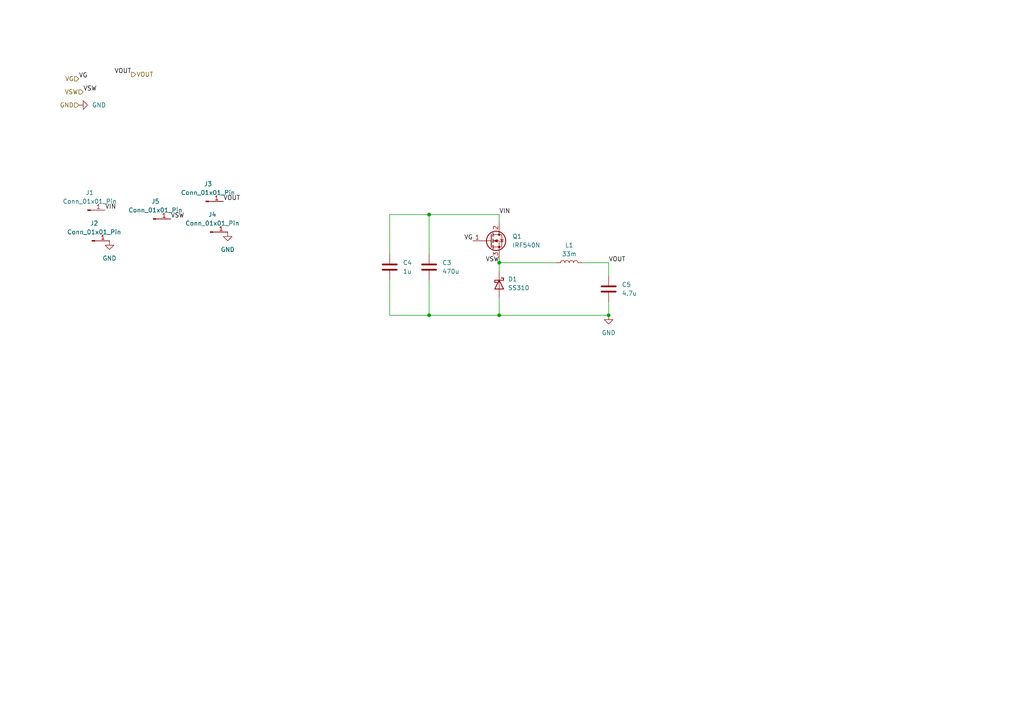
<source format=kicad_sch>
(kicad_sch
	(version 20231120)
	(generator "eeschema")
	(generator_version "8.0")
	(uuid "2af4b03a-acc5-4cc7-b507-cf6e1bb5375f")
	(paper "A4")
	(lib_symbols
		(symbol "Connector:Conn_01x01_Pin"
			(pin_names
				(offset 1.016) hide)
			(exclude_from_sim no)
			(in_bom yes)
			(on_board yes)
			(property "Reference" "J"
				(at 0 2.54 0)
				(effects
					(font
						(size 1.27 1.27)
					)
				)
			)
			(property "Value" "Conn_01x01_Pin"
				(at 0 -2.54 0)
				(effects
					(font
						(size 1.27 1.27)
					)
				)
			)
			(property "Footprint" ""
				(at 0 0 0)
				(effects
					(font
						(size 1.27 1.27)
					)
					(hide yes)
				)
			)
			(property "Datasheet" "~"
				(at 0 0 0)
				(effects
					(font
						(size 1.27 1.27)
					)
					(hide yes)
				)
			)
			(property "Description" "Generic connector, single row, 01x01, script generated"
				(at 0 0 0)
				(effects
					(font
						(size 1.27 1.27)
					)
					(hide yes)
				)
			)
			(property "ki_locked" ""
				(at 0 0 0)
				(effects
					(font
						(size 1.27 1.27)
					)
				)
			)
			(property "ki_keywords" "connector"
				(at 0 0 0)
				(effects
					(font
						(size 1.27 1.27)
					)
					(hide yes)
				)
			)
			(property "ki_fp_filters" "Connector*:*_1x??_*"
				(at 0 0 0)
				(effects
					(font
						(size 1.27 1.27)
					)
					(hide yes)
				)
			)
			(symbol "Conn_01x01_Pin_1_1"
				(polyline
					(pts
						(xy 1.27 0) (xy 0.8636 0)
					)
					(stroke
						(width 0.1524)
						(type default)
					)
					(fill
						(type none)
					)
				)
				(rectangle
					(start 0.8636 0.127)
					(end 0 -0.127)
					(stroke
						(width 0.1524)
						(type default)
					)
					(fill
						(type outline)
					)
				)
				(pin passive line
					(at 5.08 0 180)
					(length 3.81)
					(name "Pin_1"
						(effects
							(font
								(size 1.27 1.27)
							)
						)
					)
					(number "1"
						(effects
							(font
								(size 1.27 1.27)
							)
						)
					)
				)
			)
		)
		(symbol "Device:C"
			(pin_numbers hide)
			(pin_names
				(offset 0.254)
			)
			(exclude_from_sim no)
			(in_bom yes)
			(on_board yes)
			(property "Reference" "C"
				(at 0.635 2.54 0)
				(effects
					(font
						(size 1.27 1.27)
					)
					(justify left)
				)
			)
			(property "Value" "C"
				(at 0.635 -2.54 0)
				(effects
					(font
						(size 1.27 1.27)
					)
					(justify left)
				)
			)
			(property "Footprint" ""
				(at 0.9652 -3.81 0)
				(effects
					(font
						(size 1.27 1.27)
					)
					(hide yes)
				)
			)
			(property "Datasheet" "~"
				(at 0 0 0)
				(effects
					(font
						(size 1.27 1.27)
					)
					(hide yes)
				)
			)
			(property "Description" "Unpolarized capacitor"
				(at 0 0 0)
				(effects
					(font
						(size 1.27 1.27)
					)
					(hide yes)
				)
			)
			(property "ki_keywords" "cap capacitor"
				(at 0 0 0)
				(effects
					(font
						(size 1.27 1.27)
					)
					(hide yes)
				)
			)
			(property "ki_fp_filters" "C_*"
				(at 0 0 0)
				(effects
					(font
						(size 1.27 1.27)
					)
					(hide yes)
				)
			)
			(symbol "C_0_1"
				(polyline
					(pts
						(xy -2.032 -0.762) (xy 2.032 -0.762)
					)
					(stroke
						(width 0.508)
						(type default)
					)
					(fill
						(type none)
					)
				)
				(polyline
					(pts
						(xy -2.032 0.762) (xy 2.032 0.762)
					)
					(stroke
						(width 0.508)
						(type default)
					)
					(fill
						(type none)
					)
				)
			)
			(symbol "C_1_1"
				(pin passive line
					(at 0 3.81 270)
					(length 2.794)
					(name "~"
						(effects
							(font
								(size 1.27 1.27)
							)
						)
					)
					(number "1"
						(effects
							(font
								(size 1.27 1.27)
							)
						)
					)
				)
				(pin passive line
					(at 0 -3.81 90)
					(length 2.794)
					(name "~"
						(effects
							(font
								(size 1.27 1.27)
							)
						)
					)
					(number "2"
						(effects
							(font
								(size 1.27 1.27)
							)
						)
					)
				)
			)
		)
		(symbol "Device:L"
			(pin_numbers hide)
			(pin_names
				(offset 1.016) hide)
			(exclude_from_sim no)
			(in_bom yes)
			(on_board yes)
			(property "Reference" "L"
				(at -1.27 0 90)
				(effects
					(font
						(size 1.27 1.27)
					)
				)
			)
			(property "Value" "L"
				(at 1.905 0 90)
				(effects
					(font
						(size 1.27 1.27)
					)
				)
			)
			(property "Footprint" ""
				(at 0 0 0)
				(effects
					(font
						(size 1.27 1.27)
					)
					(hide yes)
				)
			)
			(property "Datasheet" "~"
				(at 0 0 0)
				(effects
					(font
						(size 1.27 1.27)
					)
					(hide yes)
				)
			)
			(property "Description" "Inductor"
				(at 0 0 0)
				(effects
					(font
						(size 1.27 1.27)
					)
					(hide yes)
				)
			)
			(property "ki_keywords" "inductor choke coil reactor magnetic"
				(at 0 0 0)
				(effects
					(font
						(size 1.27 1.27)
					)
					(hide yes)
				)
			)
			(property "ki_fp_filters" "Choke_* *Coil* Inductor_* L_*"
				(at 0 0 0)
				(effects
					(font
						(size 1.27 1.27)
					)
					(hide yes)
				)
			)
			(symbol "L_0_1"
				(arc
					(start 0 -2.54)
					(mid 0.6323 -1.905)
					(end 0 -1.27)
					(stroke
						(width 0)
						(type default)
					)
					(fill
						(type none)
					)
				)
				(arc
					(start 0 -1.27)
					(mid 0.6323 -0.635)
					(end 0 0)
					(stroke
						(width 0)
						(type default)
					)
					(fill
						(type none)
					)
				)
				(arc
					(start 0 0)
					(mid 0.6323 0.635)
					(end 0 1.27)
					(stroke
						(width 0)
						(type default)
					)
					(fill
						(type none)
					)
				)
				(arc
					(start 0 1.27)
					(mid 0.6323 1.905)
					(end 0 2.54)
					(stroke
						(width 0)
						(type default)
					)
					(fill
						(type none)
					)
				)
			)
			(symbol "L_1_1"
				(pin passive line
					(at 0 3.81 270)
					(length 1.27)
					(name "1"
						(effects
							(font
								(size 1.27 1.27)
							)
						)
					)
					(number "1"
						(effects
							(font
								(size 1.27 1.27)
							)
						)
					)
				)
				(pin passive line
					(at 0 -3.81 90)
					(length 1.27)
					(name "2"
						(effects
							(font
								(size 1.27 1.27)
							)
						)
					)
					(number "2"
						(effects
							(font
								(size 1.27 1.27)
							)
						)
					)
				)
			)
		)
		(symbol "Diode:SS310"
			(pin_numbers hide)
			(pin_names
				(offset 1.016) hide)
			(exclude_from_sim no)
			(in_bom yes)
			(on_board yes)
			(property "Reference" "D"
				(at 0 2.54 0)
				(effects
					(font
						(size 1.27 1.27)
					)
				)
			)
			(property "Value" "SS310"
				(at 0 -2.54 0)
				(effects
					(font
						(size 1.27 1.27)
					)
				)
			)
			(property "Footprint" "Diode_SMD:D_SMA"
				(at 0 -4.445 0)
				(effects
					(font
						(size 1.27 1.27)
					)
					(hide yes)
				)
			)
			(property "Datasheet" "https://www.microdiode.com/uploadfiles//PDF/SS32-THRU-SS3200-SMA.pdf"
				(at 0 0 0)
				(effects
					(font
						(size 1.27 1.27)
					)
					(hide yes)
				)
			)
			(property "Description" "100V 3A Schottky Diode, SMA"
				(at 0 0 0)
				(effects
					(font
						(size 1.27 1.27)
					)
					(hide yes)
				)
			)
			(property "ki_keywords" "diode Schottky"
				(at 0 0 0)
				(effects
					(font
						(size 1.27 1.27)
					)
					(hide yes)
				)
			)
			(property "ki_fp_filters" "D*SMA*"
				(at 0 0 0)
				(effects
					(font
						(size 1.27 1.27)
					)
					(hide yes)
				)
			)
			(symbol "SS310_0_1"
				(polyline
					(pts
						(xy 1.27 0) (xy -1.27 0)
					)
					(stroke
						(width 0)
						(type default)
					)
					(fill
						(type none)
					)
				)
				(polyline
					(pts
						(xy 1.27 1.27) (xy 1.27 -1.27) (xy -1.27 0) (xy 1.27 1.27)
					)
					(stroke
						(width 0.254)
						(type default)
					)
					(fill
						(type none)
					)
				)
				(polyline
					(pts
						(xy -1.905 0.635) (xy -1.905 1.27) (xy -1.27 1.27) (xy -1.27 -1.27) (xy -0.635 -1.27) (xy -0.635 -0.635)
					)
					(stroke
						(width 0.254)
						(type default)
					)
					(fill
						(type none)
					)
				)
			)
			(symbol "SS310_1_1"
				(pin passive line
					(at -3.81 0 0)
					(length 2.54)
					(name "K"
						(effects
							(font
								(size 1.27 1.27)
							)
						)
					)
					(number "1"
						(effects
							(font
								(size 1.27 1.27)
							)
						)
					)
				)
				(pin passive line
					(at 3.81 0 180)
					(length 2.54)
					(name "A"
						(effects
							(font
								(size 1.27 1.27)
							)
						)
					)
					(number "2"
						(effects
							(font
								(size 1.27 1.27)
							)
						)
					)
				)
			)
		)
		(symbol "Transistor_FET:IRF540N"
			(pin_names hide)
			(exclude_from_sim no)
			(in_bom yes)
			(on_board yes)
			(property "Reference" "Q"
				(at 5.08 1.905 0)
				(effects
					(font
						(size 1.27 1.27)
					)
					(justify left)
				)
			)
			(property "Value" "IRF540N"
				(at 5.08 0 0)
				(effects
					(font
						(size 1.27 1.27)
					)
					(justify left)
				)
			)
			(property "Footprint" "Package_TO_SOT_THT:TO-220-3_Vertical"
				(at 5.08 -1.905 0)
				(effects
					(font
						(size 1.27 1.27)
						(italic yes)
					)
					(justify left)
					(hide yes)
				)
			)
			(property "Datasheet" "http://www.irf.com/product-info/datasheets/data/irf540n.pdf"
				(at 5.08 -3.81 0)
				(effects
					(font
						(size 1.27 1.27)
					)
					(justify left)
					(hide yes)
				)
			)
			(property "Description" "33A Id, 100V Vds, HEXFET N-Channel MOSFET, TO-220"
				(at 0 0 0)
				(effects
					(font
						(size 1.27 1.27)
					)
					(hide yes)
				)
			)
			(property "ki_keywords" "HEXFET N-Channel MOSFET"
				(at 0 0 0)
				(effects
					(font
						(size 1.27 1.27)
					)
					(hide yes)
				)
			)
			(property "ki_fp_filters" "TO?220*"
				(at 0 0 0)
				(effects
					(font
						(size 1.27 1.27)
					)
					(hide yes)
				)
			)
			(symbol "IRF540N_0_1"
				(polyline
					(pts
						(xy 0.254 0) (xy -2.54 0)
					)
					(stroke
						(width 0)
						(type default)
					)
					(fill
						(type none)
					)
				)
				(polyline
					(pts
						(xy 0.254 1.905) (xy 0.254 -1.905)
					)
					(stroke
						(width 0.254)
						(type default)
					)
					(fill
						(type none)
					)
				)
				(polyline
					(pts
						(xy 0.762 -1.27) (xy 0.762 -2.286)
					)
					(stroke
						(width 0.254)
						(type default)
					)
					(fill
						(type none)
					)
				)
				(polyline
					(pts
						(xy 0.762 0.508) (xy 0.762 -0.508)
					)
					(stroke
						(width 0.254)
						(type default)
					)
					(fill
						(type none)
					)
				)
				(polyline
					(pts
						(xy 0.762 2.286) (xy 0.762 1.27)
					)
					(stroke
						(width 0.254)
						(type default)
					)
					(fill
						(type none)
					)
				)
				(polyline
					(pts
						(xy 2.54 2.54) (xy 2.54 1.778)
					)
					(stroke
						(width 0)
						(type default)
					)
					(fill
						(type none)
					)
				)
				(polyline
					(pts
						(xy 2.54 -2.54) (xy 2.54 0) (xy 0.762 0)
					)
					(stroke
						(width 0)
						(type default)
					)
					(fill
						(type none)
					)
				)
				(polyline
					(pts
						(xy 0.762 -1.778) (xy 3.302 -1.778) (xy 3.302 1.778) (xy 0.762 1.778)
					)
					(stroke
						(width 0)
						(type default)
					)
					(fill
						(type none)
					)
				)
				(polyline
					(pts
						(xy 1.016 0) (xy 2.032 0.381) (xy 2.032 -0.381) (xy 1.016 0)
					)
					(stroke
						(width 0)
						(type default)
					)
					(fill
						(type outline)
					)
				)
				(polyline
					(pts
						(xy 2.794 0.508) (xy 2.921 0.381) (xy 3.683 0.381) (xy 3.81 0.254)
					)
					(stroke
						(width 0)
						(type default)
					)
					(fill
						(type none)
					)
				)
				(polyline
					(pts
						(xy 3.302 0.381) (xy 2.921 -0.254) (xy 3.683 -0.254) (xy 3.302 0.381)
					)
					(stroke
						(width 0)
						(type default)
					)
					(fill
						(type none)
					)
				)
				(circle
					(center 1.651 0)
					(radius 2.794)
					(stroke
						(width 0.254)
						(type default)
					)
					(fill
						(type none)
					)
				)
				(circle
					(center 2.54 -1.778)
					(radius 0.254)
					(stroke
						(width 0)
						(type default)
					)
					(fill
						(type outline)
					)
				)
				(circle
					(center 2.54 1.778)
					(radius 0.254)
					(stroke
						(width 0)
						(type default)
					)
					(fill
						(type outline)
					)
				)
			)
			(symbol "IRF540N_1_1"
				(pin input line
					(at -5.08 0 0)
					(length 2.54)
					(name "G"
						(effects
							(font
								(size 1.27 1.27)
							)
						)
					)
					(number "1"
						(effects
							(font
								(size 1.27 1.27)
							)
						)
					)
				)
				(pin passive line
					(at 2.54 5.08 270)
					(length 2.54)
					(name "D"
						(effects
							(font
								(size 1.27 1.27)
							)
						)
					)
					(number "2"
						(effects
							(font
								(size 1.27 1.27)
							)
						)
					)
				)
				(pin passive line
					(at 2.54 -5.08 90)
					(length 2.54)
					(name "S"
						(effects
							(font
								(size 1.27 1.27)
							)
						)
					)
					(number "3"
						(effects
							(font
								(size 1.27 1.27)
							)
						)
					)
				)
			)
		)
		(symbol "power:GND"
			(power)
			(pin_numbers hide)
			(pin_names
				(offset 0) hide)
			(exclude_from_sim no)
			(in_bom yes)
			(on_board yes)
			(property "Reference" "#PWR"
				(at 0 -6.35 0)
				(effects
					(font
						(size 1.27 1.27)
					)
					(hide yes)
				)
			)
			(property "Value" "GND"
				(at 0 -3.81 0)
				(effects
					(font
						(size 1.27 1.27)
					)
				)
			)
			(property "Footprint" ""
				(at 0 0 0)
				(effects
					(font
						(size 1.27 1.27)
					)
					(hide yes)
				)
			)
			(property "Datasheet" ""
				(at 0 0 0)
				(effects
					(font
						(size 1.27 1.27)
					)
					(hide yes)
				)
			)
			(property "Description" "Power symbol creates a global label with name \"GND\" , ground"
				(at 0 0 0)
				(effects
					(font
						(size 1.27 1.27)
					)
					(hide yes)
				)
			)
			(property "ki_keywords" "global power"
				(at 0 0 0)
				(effects
					(font
						(size 1.27 1.27)
					)
					(hide yes)
				)
			)
			(symbol "GND_0_1"
				(polyline
					(pts
						(xy 0 0) (xy 0 -1.27) (xy 1.27 -1.27) (xy 0 -2.54) (xy -1.27 -1.27) (xy 0 -1.27)
					)
					(stroke
						(width 0)
						(type default)
					)
					(fill
						(type none)
					)
				)
			)
			(symbol "GND_1_1"
				(pin power_in line
					(at 0 0 270)
					(length 0)
					(name "~"
						(effects
							(font
								(size 1.27 1.27)
							)
						)
					)
					(number "1"
						(effects
							(font
								(size 1.27 1.27)
							)
						)
					)
				)
			)
		)
	)
	(junction
		(at 144.78 76.2)
		(diameter 0)
		(color 0 0 0 0)
		(uuid "7d5dcb18-2561-48a2-94e3-7705f79a4690")
	)
	(junction
		(at 176.53 91.44)
		(diameter 0)
		(color 0 0 0 0)
		(uuid "8538268f-71b4-44cf-9e3c-775ab619cd05")
	)
	(junction
		(at 124.46 62.23)
		(diameter 0)
		(color 0 0 0 0)
		(uuid "94faa2a0-7968-4708-91e5-619aff5f699f")
	)
	(junction
		(at 124.46 91.44)
		(diameter 0)
		(color 0 0 0 0)
		(uuid "d4dd9eb2-77db-4e15-a0ec-1c9298df829e")
	)
	(junction
		(at 144.78 91.44)
		(diameter 0)
		(color 0 0 0 0)
		(uuid "e9564374-a508-4e17-a484-20d4a4b09dc9")
	)
	(wire
		(pts
			(xy 144.78 76.2) (xy 161.29 76.2)
		)
		(stroke
			(width 0)
			(type default)
		)
		(uuid "0f7b0ded-4023-4ff8-bf9d-1a2a736d7a30")
	)
	(wire
		(pts
			(xy 176.53 87.63) (xy 176.53 91.44)
		)
		(stroke
			(width 0)
			(type default)
		)
		(uuid "2c18fdd6-fec4-4041-a9e0-6b10ff8ca256")
	)
	(wire
		(pts
			(xy 168.91 76.2) (xy 176.53 76.2)
		)
		(stroke
			(width 0)
			(type default)
		)
		(uuid "3c39acb1-7440-4ddc-a5df-c5735e62dab3")
	)
	(wire
		(pts
			(xy 113.03 91.44) (xy 124.46 91.44)
		)
		(stroke
			(width 0)
			(type default)
		)
		(uuid "4155aa96-7140-4d33-9095-4300a85a71e3")
	)
	(wire
		(pts
			(xy 124.46 62.23) (xy 113.03 62.23)
		)
		(stroke
			(width 0)
			(type default)
		)
		(uuid "498f7d6c-5314-477e-829d-c30e80544865")
	)
	(wire
		(pts
			(xy 144.78 62.23) (xy 144.78 64.77)
		)
		(stroke
			(width 0)
			(type default)
		)
		(uuid "5038572c-5af3-418e-aa13-64fb9f1ac8d7")
	)
	(wire
		(pts
			(xy 113.03 62.23) (xy 113.03 73.66)
		)
		(stroke
			(width 0)
			(type default)
		)
		(uuid "78b10670-f343-48ef-980c-d89ef6550f7e")
	)
	(wire
		(pts
			(xy 144.78 86.36) (xy 144.78 91.44)
		)
		(stroke
			(width 0)
			(type default)
		)
		(uuid "7d36bfd2-e79b-47ed-bc6c-2e89b775ee43")
	)
	(wire
		(pts
			(xy 176.53 76.2) (xy 176.53 80.01)
		)
		(stroke
			(width 0)
			(type default)
		)
		(uuid "7efeb9fe-611b-4e17-b173-5211d737ba35")
	)
	(wire
		(pts
			(xy 124.46 62.23) (xy 144.78 62.23)
		)
		(stroke
			(width 0)
			(type default)
		)
		(uuid "a39ed32f-f4d7-4ad5-8047-14e9172e2fca")
	)
	(wire
		(pts
			(xy 113.03 81.28) (xy 113.03 91.44)
		)
		(stroke
			(width 0)
			(type default)
		)
		(uuid "b1b4aef2-d229-4f89-a9e8-df97f4216bde")
	)
	(wire
		(pts
			(xy 124.46 73.66) (xy 124.46 62.23)
		)
		(stroke
			(width 0)
			(type default)
		)
		(uuid "b612d9a5-b18e-4f0c-8366-43d4ecb8b9f0")
	)
	(wire
		(pts
			(xy 124.46 81.28) (xy 124.46 91.44)
		)
		(stroke
			(width 0)
			(type default)
		)
		(uuid "bfbbe187-d701-4b25-8bc7-89d131cce07f")
	)
	(wire
		(pts
			(xy 124.46 91.44) (xy 144.78 91.44)
		)
		(stroke
			(width 0)
			(type default)
		)
		(uuid "c8c3e40a-616b-4046-b10b-0302e670b134")
	)
	(wire
		(pts
			(xy 144.78 76.2) (xy 144.78 78.74)
		)
		(stroke
			(width 0)
			(type default)
		)
		(uuid "f2ada06a-f089-4361-844a-9ec3dd85ec21")
	)
	(wire
		(pts
			(xy 144.78 91.44) (xy 176.53 91.44)
		)
		(stroke
			(width 0)
			(type default)
		)
		(uuid "f6fd2984-e575-453e-ad8e-fc6f3dffbd1c")
	)
	(wire
		(pts
			(xy 144.78 74.93) (xy 144.78 76.2)
		)
		(stroke
			(width 0)
			(type default)
		)
		(uuid "f94c32e8-26c2-4aa7-a806-fdac37c93ef3")
	)
	(label "VG"
		(at 137.16 69.85 180)
		(effects
			(font
				(size 1.27 1.27)
			)
			(justify right bottom)
		)
		(uuid "08602ee7-ba42-4b2a-b03a-0add58da9672")
	)
	(label "VSW"
		(at 49.53 63.5 0)
		(effects
			(font
				(size 1.27 1.27)
			)
			(justify left bottom)
		)
		(uuid "3c9f6593-c0fb-4bbb-9287-4db52b9fe154")
	)
	(label "VIN"
		(at 144.78 62.23 0)
		(effects
			(font
				(size 1.27 1.27)
			)
			(justify left bottom)
		)
		(uuid "73db8029-5299-4c66-b277-384512075439")
	)
	(label "VSW"
		(at 144.78 76.2 180)
		(effects
			(font
				(size 1.27 1.27)
			)
			(justify right bottom)
		)
		(uuid "7afa0ae3-c90a-4802-a02e-395ed4779c74")
	)
	(label "VOUT"
		(at 176.53 76.2 0)
		(effects
			(font
				(size 1.27 1.27)
			)
			(justify left bottom)
		)
		(uuid "b1dcc86e-df6e-44e4-a160-2570c9e143cb")
	)
	(label "VOUT"
		(at 38.1 21.59 180)
		(effects
			(font
				(size 1.27 1.27)
			)
			(justify right bottom)
		)
		(uuid "b98f8040-ad3f-4912-9a36-7218f6e96fc5")
	)
	(label "VIN"
		(at 30.48 60.96 0)
		(effects
			(font
				(size 1.27 1.27)
			)
			(justify left bottom)
		)
		(uuid "ca9db5a3-8d73-4819-bca5-afb8ba94e92a")
	)
	(label "VG"
		(at 22.86 22.86 0)
		(effects
			(font
				(size 1.27 1.27)
			)
			(justify left bottom)
		)
		(uuid "d339d310-6b7e-457b-bdf7-cc3ceb56a334")
	)
	(label "VSW"
		(at 24.13 26.67 0)
		(effects
			(font
				(size 1.27 1.27)
			)
			(justify left bottom)
		)
		(uuid "d6e66511-b7a7-4da4-9ff4-ba8083b653d5")
	)
	(label "VOUT"
		(at 64.77 58.42 0)
		(effects
			(font
				(size 1.27 1.27)
			)
			(justify left bottom)
		)
		(uuid "fa7d831d-3955-4194-8ec6-591e93244087")
	)
	(hierarchical_label "VOUT"
		(shape output)
		(at 38.1 21.59 0)
		(effects
			(font
				(size 1.27 1.27)
			)
			(justify left)
		)
		(uuid "4f34c9fa-6843-4535-8cc2-f2567916f809")
	)
	(hierarchical_label "VSW"
		(shape input)
		(at 24.13 26.67 180)
		(effects
			(font
				(size 1.27 1.27)
			)
			(justify right)
		)
		(uuid "83bfbd1e-16fb-44bb-9fb9-c647cdd93a15")
	)
	(hierarchical_label "VG"
		(shape input)
		(at 22.86 22.86 180)
		(effects
			(font
				(size 1.27 1.27)
			)
			(justify right)
		)
		(uuid "a03eb0bf-d5a4-49a2-b76b-0560edc4fe46")
	)
	(hierarchical_label "GND"
		(shape input)
		(at 22.86 30.48 180)
		(effects
			(font
				(size 1.27 1.27)
			)
			(justify right)
		)
		(uuid "a1729bc9-3f3d-4368-8735-3f7800e87d37")
	)
	(symbol
		(lib_id "power:GND")
		(at 176.53 91.44 0)
		(unit 1)
		(exclude_from_sim no)
		(in_bom yes)
		(on_board yes)
		(dnp no)
		(fields_autoplaced yes)
		(uuid "093d0bd5-7f88-41ee-a6a8-9588fba0189c")
		(property "Reference" "#PWR055"
			(at 176.53 97.79 0)
			(effects
				(font
					(size 1.27 1.27)
				)
				(hide yes)
			)
		)
		(property "Value" "GND"
			(at 176.53 96.52 0)
			(effects
				(font
					(size 1.27 1.27)
				)
			)
		)
		(property "Footprint" ""
			(at 176.53 91.44 0)
			(effects
				(font
					(size 1.27 1.27)
				)
				(hide yes)
			)
		)
		(property "Datasheet" ""
			(at 176.53 91.44 0)
			(effects
				(font
					(size 1.27 1.27)
				)
				(hide yes)
			)
		)
		(property "Description" "Power symbol creates a global label with name \"GND\" , ground"
			(at 176.53 91.44 0)
			(effects
				(font
					(size 1.27 1.27)
				)
				(hide yes)
			)
		)
		(pin "1"
			(uuid "50a013e2-0fb3-497a-9ebe-3b23fff00a36")
		)
		(instances
			(project ""
				(path "/7f27460f-edcd-4f17-aec5-23474ccb900d/61ab86af-0b69-4601-a42a-ab50c6e164b6"
					(reference "#PWR055")
					(unit 1)
				)
			)
		)
	)
	(symbol
		(lib_id "Transistor_FET:IRF540N")
		(at 142.24 69.85 0)
		(unit 1)
		(exclude_from_sim no)
		(in_bom yes)
		(on_board yes)
		(dnp no)
		(fields_autoplaced yes)
		(uuid "121f958f-64bf-4a22-a23a-900ef4cdde61")
		(property "Reference" "Q1"
			(at 148.59 68.5799 0)
			(effects
				(font
					(size 1.27 1.27)
				)
				(justify left)
			)
		)
		(property "Value" "IRF540N"
			(at 148.59 71.1199 0)
			(effects
				(font
					(size 1.27 1.27)
				)
				(justify left)
			)
		)
		(property "Footprint" "Package_TO_SOT_THT:TO-220-3_Vertical"
			(at 147.32 71.755 0)
			(effects
				(font
					(size 1.27 1.27)
					(italic yes)
				)
				(justify left)
				(hide yes)
			)
		)
		(property "Datasheet" "http://www.irf.com/product-info/datasheets/data/irf540n.pdf"
			(at 147.32 73.66 0)
			(effects
				(font
					(size 1.27 1.27)
				)
				(justify left)
				(hide yes)
			)
		)
		(property "Description" "33A Id, 100V Vds, HEXFET N-Channel MOSFET, TO-220"
			(at 142.24 69.85 0)
			(effects
				(font
					(size 1.27 1.27)
				)
				(hide yes)
			)
		)
		(property "Part Number" "IRF540N"
			(at 142.24 69.85 0)
			(effects
				(font
					(size 1.27 1.27)
				)
				(hide yes)
			)
		)
		(pin "1"
			(uuid "6d9866de-775d-4647-ab24-eda369be6943")
		)
		(pin "2"
			(uuid "ac5754e1-69da-4b9d-baaf-04ac4e21e628")
		)
		(pin "3"
			(uuid "830e7fec-860c-48f4-99a9-bea597e3a24e")
		)
		(instances
			(project "NEW1"
				(path "/7f27460f-edcd-4f17-aec5-23474ccb900d/61ab86af-0b69-4601-a42a-ab50c6e164b6"
					(reference "Q1")
					(unit 1)
				)
			)
		)
	)
	(symbol
		(lib_id "Device:C")
		(at 113.03 77.47 0)
		(unit 1)
		(exclude_from_sim no)
		(in_bom yes)
		(on_board yes)
		(dnp no)
		(fields_autoplaced yes)
		(uuid "14a2bcc6-743c-4041-b724-fa011fbcc768")
		(property "Reference" "C4"
			(at 116.84 76.1999 0)
			(effects
				(font
					(size 1.27 1.27)
				)
				(justify left)
			)
		)
		(property "Value" "1u"
			(at 116.84 78.7399 0)
			(effects
				(font
					(size 1.27 1.27)
				)
				(justify left)
			)
		)
		(property "Footprint" "Capacitor_SMD:C_0805_2012Metric"
			(at 113.9952 81.28 0)
			(effects
				(font
					(size 1.27 1.27)
				)
				(hide yes)
			)
		)
		(property "Datasheet" "~"
			(at 113.03 77.47 0)
			(effects
				(font
					(size 1.27 1.27)
				)
				(hide yes)
			)
		)
		(property "Description" "Unpolarized capacitor"
			(at 113.03 77.47 0)
			(effects
				(font
					(size 1.27 1.27)
				)
				(hide yes)
			)
		)
		(property "Part Number" "GRM21BC72A105KE01L"
			(at 113.03 77.47 0)
			(effects
				(font
					(size 1.27 1.27)
				)
				(hide yes)
			)
		)
		(pin "1"
			(uuid "2785e2f6-c4c0-412d-a8ed-6ac6e3cb2749")
		)
		(pin "2"
			(uuid "00bba14f-f306-41cc-aec4-a4aaf0e8b20b")
		)
		(instances
			(project ""
				(path "/7f27460f-edcd-4f17-aec5-23474ccb900d/61ab86af-0b69-4601-a42a-ab50c6e164b6"
					(reference "C4")
					(unit 1)
				)
			)
		)
	)
	(symbol
		(lib_id "Device:C")
		(at 176.53 83.82 0)
		(unit 1)
		(exclude_from_sim no)
		(in_bom yes)
		(on_board yes)
		(dnp no)
		(fields_autoplaced yes)
		(uuid "221e2d77-4bb8-44d4-ae99-740bc4447205")
		(property "Reference" "C5"
			(at 180.34 82.5499 0)
			(effects
				(font
					(size 1.27 1.27)
				)
				(justify left)
			)
		)
		(property "Value" "4.7u"
			(at 180.34 85.0899 0)
			(effects
				(font
					(size 1.27 1.27)
				)
				(justify left)
			)
		)
		(property "Footprint" "Capacitor_SMD:C_1206_3216Metric"
			(at 177.4952 87.63 0)
			(effects
				(font
					(size 1.27 1.27)
				)
				(hide yes)
			)
		)
		(property "Datasheet" "~"
			(at 176.53 83.82 0)
			(effects
				(font
					(size 1.27 1.27)
				)
				(hide yes)
			)
		)
		(property "Description" "Unpolarized capacitor"
			(at 176.53 83.82 0)
			(effects
				(font
					(size 1.27 1.27)
				)
				(hide yes)
			)
		)
		(property "Part Number" "GRM31CC72A475KE11L"
			(at 176.53 83.82 0)
			(effects
				(font
					(size 1.27 1.27)
				)
				(hide yes)
			)
		)
		(pin "2"
			(uuid "d95b6c1a-3f4c-43ea-bfb2-60e92659d620")
		)
		(pin "1"
			(uuid "ce205869-feab-4c26-9257-27a2e3c49ae5")
		)
		(instances
			(project ""
				(path "/7f27460f-edcd-4f17-aec5-23474ccb900d/61ab86af-0b69-4601-a42a-ab50c6e164b6"
					(reference "C5")
					(unit 1)
				)
			)
		)
	)
	(symbol
		(lib_id "Diode:SS310")
		(at 144.78 82.55 270)
		(unit 1)
		(exclude_from_sim no)
		(in_bom yes)
		(on_board yes)
		(dnp no)
		(fields_autoplaced yes)
		(uuid "519169e5-6fb5-45b2-90fe-ab0845fdac35")
		(property "Reference" "D1"
			(at 147.32 80.9624 90)
			(effects
				(font
					(size 1.27 1.27)
				)
				(justify left)
			)
		)
		(property "Value" "SS310"
			(at 147.32 83.5024 90)
			(effects
				(font
					(size 1.27 1.27)
				)
				(justify left)
			)
		)
		(property "Footprint" "Diode_SMD:D_SMA"
			(at 140.335 82.55 0)
			(effects
				(font
					(size 1.27 1.27)
				)
				(hide yes)
			)
		)
		(property "Datasheet" "https://www.microdiode.com/uploadfiles//PDF/SS32-THRU-SS3200-SMA.pdf"
			(at 144.78 82.55 0)
			(effects
				(font
					(size 1.27 1.27)
				)
				(hide yes)
			)
		)
		(property "Description" "100V 3A Schottky Diode, SMA"
			(at 144.78 82.55 0)
			(effects
				(font
					(size 1.27 1.27)
				)
				(hide yes)
			)
		)
		(property "Part Number" "SS310"
			(at 144.78 82.55 90)
			(effects
				(font
					(size 1.27 1.27)
				)
				(hide yes)
			)
		)
		(pin "2"
			(uuid "2be0c931-e584-4e37-aca1-609d949710be")
		)
		(pin "1"
			(uuid "689e5d7f-7672-4782-b3ca-a9cf16b798f6")
		)
		(instances
			(project "NEW1"
				(path "/7f27460f-edcd-4f17-aec5-23474ccb900d/61ab86af-0b69-4601-a42a-ab50c6e164b6"
					(reference "D1")
					(unit 1)
				)
			)
		)
	)
	(symbol
		(lib_id "Device:C")
		(at 124.46 77.47 0)
		(unit 1)
		(exclude_from_sim no)
		(in_bom yes)
		(on_board yes)
		(dnp no)
		(fields_autoplaced yes)
		(uuid "74ee3113-9c11-4061-82fb-2f34b2ca0d58")
		(property "Reference" "C3"
			(at 128.27 76.1999 0)
			(effects
				(font
					(size 1.27 1.27)
				)
				(justify left)
			)
		)
		(property "Value" "470u"
			(at 128.27 78.7399 0)
			(effects
				(font
					(size 1.27 1.27)
				)
				(justify left)
			)
		)
		(property "Footprint" "Capacitor_THT:CP_Radial_D18.0mm_P7.50mm"
			(at 125.4252 81.28 0)
			(effects
				(font
					(size 1.27 1.27)
				)
				(hide yes)
			)
		)
		(property "Datasheet" "~"
			(at 124.46 77.47 0)
			(effects
				(font
					(size 1.27 1.27)
				)
				(hide yes)
			)
		)
		(property "Description" "Electrolytic Capacitor"
			(at 124.46 77.47 0)
			(effects
				(font
					(size 1.27 1.27)
				)
				(hide yes)
			)
		)
		(property "Part Number" "100ZLH470MEFC16X31.5"
			(at 124.46 77.47 0)
			(effects
				(font
					(size 1.27 1.27)
				)
				(hide yes)
			)
		)
		(pin "2"
			(uuid "e77f167e-9231-4923-97cb-ae89c0949350")
		)
		(pin "1"
			(uuid "6d6742c4-7677-49fa-9e4f-06c0a9509a17")
		)
		(instances
			(project ""
				(path "/7f27460f-edcd-4f17-aec5-23474ccb900d/61ab86af-0b69-4601-a42a-ab50c6e164b6"
					(reference "C3")
					(unit 1)
				)
			)
		)
	)
	(symbol
		(lib_id "Device:L")
		(at 165.1 76.2 90)
		(unit 1)
		(exclude_from_sim no)
		(in_bom yes)
		(on_board yes)
		(dnp no)
		(fields_autoplaced yes)
		(uuid "8f4acf7e-23ce-44ab-952c-61f59983ff1b")
		(property "Reference" "L1"
			(at 165.1 71.12 90)
			(effects
				(font
					(size 1.27 1.27)
				)
			)
		)
		(property "Value" "33m"
			(at 165.1 73.66 90)
			(effects
				(font
					(size 1.27 1.27)
				)
			)
		)
		(property "Footprint" "Inductor_THT:L_Axial_L23.4mm_D12.7mm_P32.00mm_Horizontal_Vishay_IHA-203"
			(at 165.1 76.2 0)
			(effects
				(font
					(size 1.27 1.27)
				)
				(hide yes)
			)
		)
		(property "Datasheet" "~"
			(at 165.1 76.2 0)
			(effects
				(font
					(size 1.27 1.27)
				)
				(hide yes)
			)
		)
		(property "Description" "Inductor"
			(at 165.1 76.2 0)
			(effects
				(font
					(size 1.27 1.27)
				)
				(hide yes)
			)
		)
		(property "Part Number" "5900-333-RC"
			(at 165.1 76.2 90)
			(effects
				(font
					(size 1.27 1.27)
				)
				(hide yes)
			)
		)
		(pin "1"
			(uuid "1c4001c5-5a38-4031-b4d5-80d2ebfb9cc7")
		)
		(pin "2"
			(uuid "7f125928-230a-4ec3-8226-b3adc3c232ed")
		)
		(instances
			(project ""
				(path "/7f27460f-edcd-4f17-aec5-23474ccb900d/61ab86af-0b69-4601-a42a-ab50c6e164b6"
					(reference "L1")
					(unit 1)
				)
			)
		)
	)
	(symbol
		(lib_id "Connector:Conn_01x01_Pin")
		(at 25.4 60.96 0)
		(unit 1)
		(exclude_from_sim no)
		(in_bom yes)
		(on_board yes)
		(dnp no)
		(fields_autoplaced yes)
		(uuid "9084e28f-c92f-4604-8fdb-4afc0cce1bcb")
		(property "Reference" "J1"
			(at 26.035 55.88 0)
			(effects
				(font
					(size 1.27 1.27)
				)
			)
		)
		(property "Value" "Conn_01x01_Pin"
			(at 26.035 58.42 0)
			(effects
				(font
					(size 1.27 1.27)
				)
			)
		)
		(property "Footprint" "Connector:Banana_Jack_1Pin"
			(at 25.4 60.96 0)
			(effects
				(font
					(size 1.27 1.27)
				)
				(hide yes)
			)
		)
		(property "Datasheet" "~"
			(at 25.4 60.96 0)
			(effects
				(font
					(size 1.27 1.27)
				)
				(hide yes)
			)
		)
		(property "Description" "Generic connector, single row, 01x01, script generated"
			(at 25.4 60.96 0)
			(effects
				(font
					(size 1.27 1.27)
				)
				(hide yes)
			)
		)
		(property "Part Number" "BU-P72930-2"
			(at 25.4 60.96 0)
			(effects
				(font
					(size 1.27 1.27)
				)
				(hide yes)
			)
		)
		(pin "1"
			(uuid "0ec95e56-bbd6-4071-8eda-84fc2a6100e4")
		)
		(instances
			(project ""
				(path "/7f27460f-edcd-4f17-aec5-23474ccb900d/61ab86af-0b69-4601-a42a-ab50c6e164b6"
					(reference "J1")
					(unit 1)
				)
			)
		)
	)
	(symbol
		(lib_id "Connector:Conn_01x01_Pin")
		(at 44.45 63.5 0)
		(unit 1)
		(exclude_from_sim no)
		(in_bom yes)
		(on_board yes)
		(dnp no)
		(fields_autoplaced yes)
		(uuid "9b1505bd-3fe1-43f9-a535-31ddda68c713")
		(property "Reference" "J5"
			(at 45.085 58.42 0)
			(effects
				(font
					(size 1.27 1.27)
				)
			)
		)
		(property "Value" "Conn_01x01_Pin"
			(at 45.085 60.96 0)
			(effects
				(font
					(size 1.27 1.27)
				)
			)
		)
		(property "Footprint" "Connector:Banana_Jack_1Pin"
			(at 44.45 63.5 0)
			(effects
				(font
					(size 1.27 1.27)
				)
				(hide yes)
			)
		)
		(property "Datasheet" "~"
			(at 44.45 63.5 0)
			(effects
				(font
					(size 1.27 1.27)
				)
				(hide yes)
			)
		)
		(property "Description" "Generic connector, single row, 01x01, script generated"
			(at 44.45 63.5 0)
			(effects
				(font
					(size 1.27 1.27)
				)
				(hide yes)
			)
		)
		(property "Part Number" "BU-P72930-2"
			(at 44.45 63.5 0)
			(effects
				(font
					(size 1.27 1.27)
				)
				(hide yes)
			)
		)
		(pin "1"
			(uuid "b20dc538-0459-4edc-8bce-b45ea470d324")
		)
		(instances
			(project "NEW1"
				(path "/7f27460f-edcd-4f17-aec5-23474ccb900d/61ab86af-0b69-4601-a42a-ab50c6e164b6"
					(reference "J5")
					(unit 1)
				)
			)
		)
	)
	(symbol
		(lib_id "Connector:Conn_01x01_Pin")
		(at 59.69 58.42 0)
		(unit 1)
		(exclude_from_sim no)
		(in_bom yes)
		(on_board yes)
		(dnp no)
		(fields_autoplaced yes)
		(uuid "bca17989-9b80-412d-b768-6bd4a7a5385c")
		(property "Reference" "J3"
			(at 60.325 53.34 0)
			(effects
				(font
					(size 1.27 1.27)
				)
			)
		)
		(property "Value" "Conn_01x01_Pin"
			(at 60.325 55.88 0)
			(effects
				(font
					(size 1.27 1.27)
				)
			)
		)
		(property "Footprint" "Connector:Banana_Jack_1Pin"
			(at 59.69 58.42 0)
			(effects
				(font
					(size 1.27 1.27)
				)
				(hide yes)
			)
		)
		(property "Datasheet" "~"
			(at 59.69 58.42 0)
			(effects
				(font
					(size 1.27 1.27)
				)
				(hide yes)
			)
		)
		(property "Description" "Generic connector, single row, 01x01, script generated"
			(at 59.69 58.42 0)
			(effects
				(font
					(size 1.27 1.27)
				)
				(hide yes)
			)
		)
		(property "Part Number" "BU-P72930-2"
			(at 59.69 58.42 0)
			(effects
				(font
					(size 1.27 1.27)
				)
				(hide yes)
			)
		)
		(pin "1"
			(uuid "f5466303-909a-4736-8dc5-42fa50aa6d41")
		)
		(instances
			(project "NEW1"
				(path "/7f27460f-edcd-4f17-aec5-23474ccb900d/61ab86af-0b69-4601-a42a-ab50c6e164b6"
					(reference "J3")
					(unit 1)
				)
			)
		)
	)
	(symbol
		(lib_id "Connector:Conn_01x01_Pin")
		(at 60.96 67.31 0)
		(unit 1)
		(exclude_from_sim no)
		(in_bom yes)
		(on_board yes)
		(dnp no)
		(fields_autoplaced yes)
		(uuid "dbfbcd7d-feac-45fa-ba70-ad88b5ba9e36")
		(property "Reference" "J4"
			(at 61.595 62.23 0)
			(effects
				(font
					(size 1.27 1.27)
				)
			)
		)
		(property "Value" "Conn_01x01_Pin"
			(at 61.595 64.77 0)
			(effects
				(font
					(size 1.27 1.27)
				)
			)
		)
		(property "Footprint" "Connector:Banana_Jack_1Pin"
			(at 60.96 67.31 0)
			(effects
				(font
					(size 1.27 1.27)
				)
				(hide yes)
			)
		)
		(property "Datasheet" "~"
			(at 60.96 67.31 0)
			(effects
				(font
					(size 1.27 1.27)
				)
				(hide yes)
			)
		)
		(property "Description" "Generic connector, single row, 01x01, script generated"
			(at 60.96 67.31 0)
			(effects
				(font
					(size 1.27 1.27)
				)
				(hide yes)
			)
		)
		(property "Part Number" "BU-P72930-2"
			(at 60.96 67.31 0)
			(effects
				(font
					(size 1.27 1.27)
				)
				(hide yes)
			)
		)
		(pin "1"
			(uuid "239923f1-a3de-4d53-ad2c-8f6965f735a8")
		)
		(instances
			(project "NEW1"
				(path "/7f27460f-edcd-4f17-aec5-23474ccb900d/61ab86af-0b69-4601-a42a-ab50c6e164b6"
					(reference "J4")
					(unit 1)
				)
			)
		)
	)
	(symbol
		(lib_id "power:GND")
		(at 66.04 67.31 0)
		(unit 1)
		(exclude_from_sim no)
		(in_bom yes)
		(on_board yes)
		(dnp no)
		(fields_autoplaced yes)
		(uuid "de9ef2b7-608b-48d4-a886-40ef6086b4d1")
		(property "Reference" "#PWR039"
			(at 66.04 73.66 0)
			(effects
				(font
					(size 1.27 1.27)
				)
				(hide yes)
			)
		)
		(property "Value" "GND"
			(at 66.04 72.39 0)
			(effects
				(font
					(size 1.27 1.27)
				)
			)
		)
		(property "Footprint" ""
			(at 66.04 67.31 0)
			(effects
				(font
					(size 1.27 1.27)
				)
				(hide yes)
			)
		)
		(property "Datasheet" ""
			(at 66.04 67.31 0)
			(effects
				(font
					(size 1.27 1.27)
				)
				(hide yes)
			)
		)
		(property "Description" "Power symbol creates a global label with name \"GND\" , ground"
			(at 66.04 67.31 0)
			(effects
				(font
					(size 1.27 1.27)
				)
				(hide yes)
			)
		)
		(pin "1"
			(uuid "9b90bc9a-b2c4-456e-ae9a-57260b29ed8a")
		)
		(instances
			(project ""
				(path "/7f27460f-edcd-4f17-aec5-23474ccb900d/61ab86af-0b69-4601-a42a-ab50c6e164b6"
					(reference "#PWR039")
					(unit 1)
				)
			)
		)
	)
	(symbol
		(lib_id "power:GND")
		(at 22.86 30.48 90)
		(unit 1)
		(exclude_from_sim no)
		(in_bom yes)
		(on_board yes)
		(dnp no)
		(fields_autoplaced yes)
		(uuid "e1d660af-0eaa-4e0c-8d84-24641d43ab30")
		(property "Reference" "#PWR037"
			(at 29.21 30.48 0)
			(effects
				(font
					(size 1.27 1.27)
				)
				(hide yes)
			)
		)
		(property "Value" "GND"
			(at 26.67 30.4799 90)
			(effects
				(font
					(size 1.27 1.27)
				)
				(justify right)
			)
		)
		(property "Footprint" ""
			(at 22.86 30.48 0)
			(effects
				(font
					(size 1.27 1.27)
				)
				(hide yes)
			)
		)
		(property "Datasheet" ""
			(at 22.86 30.48 0)
			(effects
				(font
					(size 1.27 1.27)
				)
				(hide yes)
			)
		)
		(property "Description" "Power symbol creates a global label with name \"GND\" , ground"
			(at 22.86 30.48 0)
			(effects
				(font
					(size 1.27 1.27)
				)
				(hide yes)
			)
		)
		(pin "1"
			(uuid "35deb767-95e8-493b-99a2-facf8116c3b5")
		)
		(instances
			(project ""
				(path "/7f27460f-edcd-4f17-aec5-23474ccb900d/61ab86af-0b69-4601-a42a-ab50c6e164b6"
					(reference "#PWR037")
					(unit 1)
				)
			)
		)
	)
	(symbol
		(lib_id "Connector:Conn_01x01_Pin")
		(at 26.67 69.85 0)
		(unit 1)
		(exclude_from_sim no)
		(in_bom yes)
		(on_board yes)
		(dnp no)
		(fields_autoplaced yes)
		(uuid "e97f520e-04a9-471a-9dc5-00d7e2ed0136")
		(property "Reference" "J2"
			(at 27.305 64.77 0)
			(effects
				(font
					(size 1.27 1.27)
				)
			)
		)
		(property "Value" "Conn_01x01_Pin"
			(at 27.305 67.31 0)
			(effects
				(font
					(size 1.27 1.27)
				)
			)
		)
		(property "Footprint" "Connector:Banana_Jack_1Pin"
			(at 26.67 69.85 0)
			(effects
				(font
					(size 1.27 1.27)
				)
				(hide yes)
			)
		)
		(property "Datasheet" "~"
			(at 26.67 69.85 0)
			(effects
				(font
					(size 1.27 1.27)
				)
				(hide yes)
			)
		)
		(property "Description" "Generic connector, single row, 01x01, script generated"
			(at 26.67 69.85 0)
			(effects
				(font
					(size 1.27 1.27)
				)
				(hide yes)
			)
		)
		(property "Part Number" "BU-P72930-2"
			(at 26.67 69.85 0)
			(effects
				(font
					(size 1.27 1.27)
				)
				(hide yes)
			)
		)
		(pin "1"
			(uuid "85441cdd-337e-4d8b-8a31-1a76ccb3d7ad")
		)
		(instances
			(project "NEW1"
				(path "/7f27460f-edcd-4f17-aec5-23474ccb900d/61ab86af-0b69-4601-a42a-ab50c6e164b6"
					(reference "J2")
					(unit 1)
				)
			)
		)
	)
	(symbol
		(lib_id "power:GND")
		(at 31.75 69.85 0)
		(unit 1)
		(exclude_from_sim no)
		(in_bom yes)
		(on_board yes)
		(dnp no)
		(fields_autoplaced yes)
		(uuid "fc5e57c1-027f-4774-9276-3d80e5d006b7")
		(property "Reference" "#PWR038"
			(at 31.75 76.2 0)
			(effects
				(font
					(size 1.27 1.27)
				)
				(hide yes)
			)
		)
		(property "Value" "GND"
			(at 31.75 74.93 0)
			(effects
				(font
					(size 1.27 1.27)
				)
			)
		)
		(property "Footprint" ""
			(at 31.75 69.85 0)
			(effects
				(font
					(size 1.27 1.27)
				)
				(hide yes)
			)
		)
		(property "Datasheet" ""
			(at 31.75 69.85 0)
			(effects
				(font
					(size 1.27 1.27)
				)
				(hide yes)
			)
		)
		(property "Description" "Power symbol creates a global label with name \"GND\" , ground"
			(at 31.75 69.85 0)
			(effects
				(font
					(size 1.27 1.27)
				)
				(hide yes)
			)
		)
		(pin "1"
			(uuid "704bb663-bc94-4efe-9176-c4a778fc9e7e")
		)
		(instances
			(project ""
				(path "/7f27460f-edcd-4f17-aec5-23474ccb900d/61ab86af-0b69-4601-a42a-ab50c6e164b6"
					(reference "#PWR038")
					(unit 1)
				)
			)
		)
	)
)

</source>
